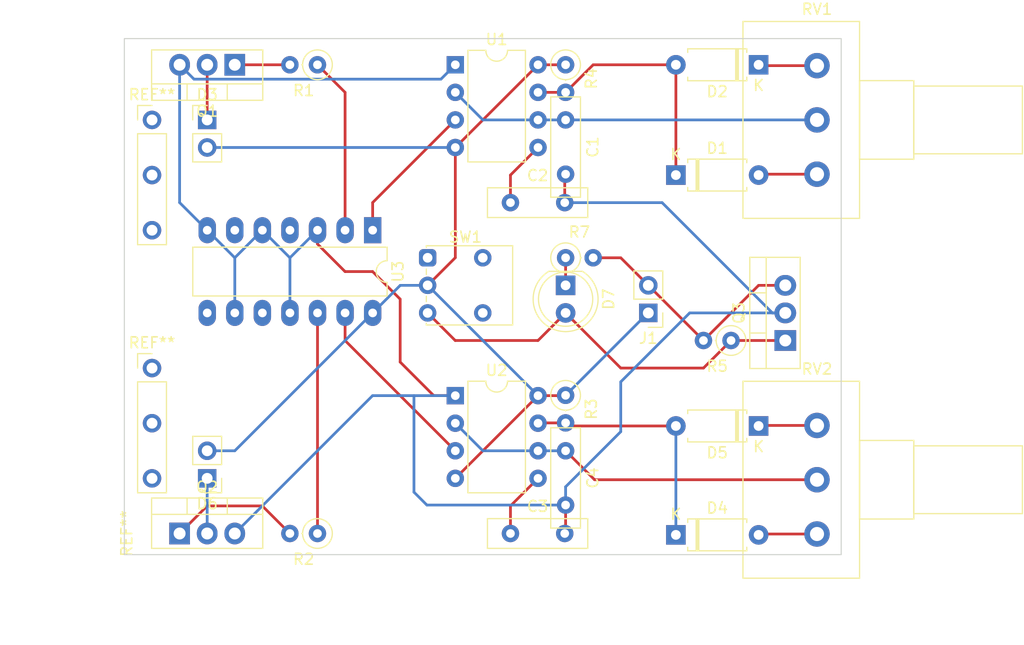
<source format=kicad_pcb>
(kicad_pcb (version 20211014) (generator pcbnew)
  (layers (0 "F.Cu" signal) (31 "B.Cu" signal) (34 "B.Paste" user) (35 "F.Paste" user) (36 "B.SilkS" user "B.Silkscreen") (37 "F.SilkS" user "F.Silkscreen") (38 "B.Mask" user) (39 "F.Mask" user) (44 "Edge.Cuts" user))
  (net 0 "")
  (net 1 "Net-(C1-Pad1)")
  (net 2 "Net-(D1-Pad2)")
  (net 3 "Net-(D3-Pad1)")
  (net 4 "GND")
  (net 5 "Net-(C2-Pad1)")
  (net 6 "+5V")
  (net 7 "Net-(C3-Pad1)")
  (net 8 "Net-(R1-Pad1)")
  (net 9 "Net-(C4-Pad1)")
  (net 10 "Net-(D1-Pad1)")
  (net 11 "Net-(D6-Pad1)")
  (net 12 "Net-(D2-Pad1)")
  (net 13 "Net-(Q2-Pad1)")
  (net 14 "Net-(R2-Pad1)")
  (net 15 "Net-(U1-Pad3)")
  (net 16 "Net-(U2-Pad3)")
  (net 17 "Net-(D4-Pad1)")
  (net 18 "Net-(D4-Pad2)")
  (net 19 "Net-(D5-Pad1)")
  (net 20 "Net-(Q1-Pad1)")
  (net 25 "GNDD")
  (net 27 "Net-(D7-Pad1)")
  (net 28 "Net-(D7-Pad2)")
  (footprint "Potentiometer_THT:Potentiometer_Alps_RK163_Single_Horizontal" (layer "F.Cu") (at 169.22 95.678)
    (fp_text reference "RV1" (at 0 -15.2) (layer "F.SilkS"))
    (fp_text value "R_Potentiometer")
    (fp_line (start -6.82 -14.07) (end 3.92 -14.07) (layer "F.SilkS") (width 0.12))
    (fp_line (start 8.92 -1.879) (end 18.92 -1.879) (layer "F.SilkS") (width 0.12))
    (fp_line (start 8.92 -8.62) (end 8.92 -1.38) (layer "F.SilkS") (width 0.12))
    (fp_line (start 3.92 -1.38) (end 8.92 -1.38) (layer "F.SilkS") (width 0.12))
    (fp_line (start 3.92 -8.62) (end 3.92 -1.38) (layer "F.SilkS") (width 0.12))
    (fp_line (start 3.92 -14.07) (end 3.92 4.07) (layer "F.SilkS") (width 0.12))
    (fp_line (start -6.82 4.07) (end 3.92 4.07) (layer "F.SilkS") (width 0.12))
    (fp_line (start 3.92 -8.62) (end 8.92 -8.62) (layer "F.SilkS") (width 0.12))
    (fp_line (start -6.82 -14.07) (end -6.82 4.07) (layer "F.SilkS") (width 0.12))
    (fp_line (start 18.92 -8.12) (end 18.92 -1.879) (layer "F.SilkS") (width 0.12))
    (fp_line (start 8.92 -8.12) (end 18.92 -8.12) (layer "F.SilkS") (width 0.12))
    (fp_line (start 8.92 -8.12) (end 8.92 -1.879) (layer "F.SilkS") (width 0.12))
    (pad "1" thru_hole circle (at 0 0) (size 2.34 2.34) (drill 1.3) (layers *.Cu *.Mask) (net 2 "Net-(D1-Pad2)"))
    (pad "2" thru_hole circle (at 0 -5) (size 2.34 2.34) (drill 1.3) (layers *.Cu *.Mask) (net 1 "Net-(C1-Pad1)"))
    (pad "3" thru_hole circle (at 0 -10) (size 2.34 2.34) (drill 1.3) (layers *.Cu *.Mask) (net 12 "Net-(D2-Pad1)"))
  )
  (footprint "Diode_THT:D_A-405_P7.62mm_Horizontal" (layer "F.Cu") (at 163.84 118.872 180)
    (fp_text reference "D5" (at 3.81 -2.47 180) (layer "F.SilkS"))
    (fp_text value "1N4001")
    (fp_text user "K" (at 0 -1.9 180) (layer "F.SilkS"))
    (fp_line (start 1.99 -1.47) (end 1.99 1.47) (layer "F.SilkS") (width 0.12))
    (fp_line (start 1.09 1.14) (end 1.09 1.47) (layer "F.SilkS") (width 0.12))
    (fp_line (start 1.87 -1.47) (end 1.87 1.47) (layer "F.SilkS") (width 0.12))
    (fp_line (start 1.09 -1.47) (end 6.53 -1.47) (layer "F.SilkS") (width 0.12))
    (fp_line (start 2.11 -1.47) (end 2.11 1.47) (layer "F.SilkS") (width 0.12))
    (fp_line (start 6.53 -1.47) (end 6.53 -1.14) (layer "F.SilkS") (width 0.12))
    (fp_line (start 1.09 1.47) (end 6.53 1.47) (layer "F.SilkS") (width 0.12))
    (fp_line (start 6.53 1.47) (end 6.53 1.14) (layer "F.SilkS") (width 0.12))
    (fp_line (start 1.09 -1.14) (end 1.09 -1.47) (layer "F.SilkS") (width 0.12))
    (pad "1" thru_hole rect (at 0 0 180) (size 1.8 1.8) (drill 0.9) (layers *.Cu *.Mask) (net 19 "Net-(D5-Pad1)"))
    (pad "2" thru_hole oval (at 7.62 0 180) (size 1.8 1.8) (drill 0.9) (layers *.Cu *.Mask) (net 17 "Net-(D4-Pad1)"))
  )
  (footprint "Connector_PinHeader_2.54mm:PinHeader_1x02_P2.54mm_Vertical" (layer "F.Cu") (at 113.04 90.678)
    (fp_text reference "D3" (at 0 -2.33) (layer "F.SilkS"))
    (fp_text value "LED_Series")
    (fp_line (start 1.33 1.27) (end 1.33 3.87) (layer "F.SilkS") (width 0.12))
    (fp_line (start -1.33 1.27) (end -1.33 3.87) (layer "F.SilkS") (width 0.12))
    (fp_line (start -1.33 0) (end -1.33 -1.33) (layer "F.SilkS") (width 0.12))
    (fp_line (start -1.33 3.87) (end 1.33 3.87) (layer "F.SilkS") (width 0.12))
    (fp_line (start -1.33 -1.33) (end 0 -1.33) (layer "F.SilkS") (width 0.12))
    (fp_line (start -1.33 1.27) (end 1.33 1.27) (layer "F.SilkS") (width 0.12))
    (pad "1" thru_hole rect (at 0 0) (size 1.7 1.7) (drill 1) (layers *.Cu *.Mask) (net 3 "Net-(D3-Pad1)"))
    (pad "2" thru_hole oval (at 0 2.54) (size 1.7 1.7) (drill 1) (layers *.Cu *.Mask) (net 6 "+5V"))
  )
  (footprint "Resistor_THT:R_Axial_DIN0207_L6.3mm_D2.5mm_P2.54mm_Vertical" (layer "F.Cu") (at 123.2 85.598 180)
    (fp_text reference "R1" (at 1.27 -2.37 180) (layer "F.SilkS"))
    (fp_text value "200")
    (fp_line (start 1.37 0) (end 1.44 0) (layer "F.SilkS") (width 0.12))
    (fp_circle (center 0 0) (end 1.37 0) (layer "F.SilkS") (width 0.12) (fill none))
    (pad "1" thru_hole circle (at 0 0 180) (size 1.6 1.6) (drill 0.8) (layers *.Cu *.Mask) (net 8 "Net-(R1-Pad1)"))
    (pad "2" thru_hole oval (at 2.54 0 180) (size 1.6 1.6) (drill 0.8) (layers *.Cu *.Mask) (net 20 "Net-(Q1-Pad1)"))
  )
  (footprint "Capacitor_THT:C_Disc_D9.0mm_W2.5mm_P5.00mm" (layer "F.Cu") (at 140.98 98.298)
    (fp_text reference "C2" (at 2.5 -2.5) (layer "F.SilkS"))
    (fp_text value "0.22uF")
    (fp_line (start -2.12 -1.37) (end 7.12 -1.37) (layer "F.SilkS") (width 0.12))
    (fp_line (start 7.12 -1.37) (end 7.12 1.37) (layer "F.SilkS") (width 0.12))
    (fp_line (start -2.12 -1.37) (end -2.12 1.37) (layer "F.SilkS") (width 0.12))
    (fp_line (start -2.12 1.37) (end 7.12 1.37) (layer "F.SilkS") (width 0.12))
    (pad "1" thru_hole circle (at 0 0) (size 1.6 1.6) (drill 0.8) (layers *.Cu *.Mask) (net 5 "Net-(C2-Pad1)"))
    (pad "2" thru_hole circle (at 5 0) (size 1.6 1.6) (drill 0.8) (layers *.Cu *.Mask) (net 25 "GNDD"))
  )
  (footprint "Connector_PinHeader_2.54mm:PinHeader_1x02_P2.54mm_Vertical" (layer "F.Cu") (at 153.68 108.458 180)
    (fp_text reference "J1" (at 0 -2.33) (layer "F.SilkS"))
    (fp_text value "Conn_01x02_Male")
    (fp_line (start -1.33 1.27) (end -1.33 3.87) (layer "F.SilkS") (width 0.12))
    (fp_line (start -1.33 3.87) (end 1.33 3.87) (layer "F.SilkS") (width 0.12))
    (fp_line (start 1.33 1.27) (end 1.33 3.87) (layer "F.SilkS") (width 0.12))
    (fp_line (start -1.33 -1.33) (end 0 -1.33) (layer "F.SilkS") (width 0.12))
    (fp_line (start -1.33 0) (end -1.33 -1.33) (layer "F.SilkS") (width 0.12))
    (fp_line (start -1.33 1.27) (end 1.33 1.27) (layer "F.SilkS") (width 0.12))
    (pad "1" thru_hole rect (at 0 0 180) (size 1.7 1.7) (drill 1) (layers *.Cu *.Mask) (net 6 "+5V"))
    (pad "2" thru_hole oval (at 0 2.54 180) (size 1.7 1.7) (drill 1) (layers *.Cu *.Mask) (net 4 "GND"))
  )
  (footprint "Resistor_THT:R_Axial_DIN0207_L6.3mm_D2.5mm_P2.54mm_Vertical" (layer "F.Cu") (at 161.3 110.998 180)
    (fp_text reference "R5" (at 1.27 -2.37) (layer "F.SilkS"))
    (fp_text value "46K")
    (fp_line (start 1.37 0) (end 1.44 0) (layer "F.SilkS") (width 0.12))
    (fp_circle (center 0 0) (end 1.37 0) (layer "F.SilkS") (width 0.12) (fill none))
    (pad "1" thru_hole circle (at 0 0 180) (size 1.6 1.6) (drill 0.8) (layers *.Cu *.Mask) (net 28 "Net-(D7-Pad2)"))
    (pad "2" thru_hole oval (at 2.54 0 180) (size 1.6 1.6) (drill 0.8) (layers *.Cu *.Mask) (net 4 "GND"))
  )
  (footprint "Package_DIP:DIP-14_W7.62mm_LongPads" (layer "F.Cu") (at 128.285 100.838 -90)
    (fp_text reference "U3" (at 3.81 -2.33 90) (layer "F.SilkS"))
    (fp_text value "74HC04")
    (fp_line (start 1.56 -1.33) (end 1.56 16.57) (layer "F.SilkS") (width 0.12))
    (fp_line (start 2.81 -1.33) (end 1.56 -1.33) (layer "F.SilkS") (width 0.12))
    (fp_line (start 6.06 16.57) (end 6.06 -1.33) (layer "F.SilkS") (width 0.12))
    (fp_line (start 1.56 16.57) (end 6.06 16.57) (layer "F.SilkS") (width 0.12))
    (fp_line (start 6.06 -1.33) (end 4.81 -1.33) (layer "F.SilkS") (width 0.12))
    (fp_arc (start 4.81 -1.33) (mid 3.81 -0.33) (end 2.81 -1.33) (layer "F.SilkS") (width 0.12))
    (pad "1" thru_hole rect (at 0 0 270) (size 2.4 1.6) (drill 0.8) (layers *.Cu *.Mask) (net 15 "Net-(U1-Pad3)"))
    (pad "2" thru_hole oval (at 0 2.54 270) (size 2.4 1.6) (drill 0.8) (layers *.Cu *.Mask) (net 8 "Net-(R1-Pad1)"))
    (pad "3" thru_hole oval (at 0 5.08 270) (size 2.4 1.6) (drill 0.8) (layers *.Cu *.Mask) (net 25 "GNDD"))
    (pad "4" thru_hole oval (at 0 7.62 270) (size 2.4 1.6) (drill 0.8) (layers *.Cu *.Mask))
    (pad "5" thru_hole oval (at 0 10.16 270) (size 2.4 1.6) (drill 0.8) (layers *.Cu *.Mask) (net 25 "GNDD"))
    (pad "6" thru_hole oval (at 0 12.7 270) (size 2.4 1.6) (drill 0.8) (layers *.Cu *.Mask))
    (pad "7" thru_hole oval (at 0 15.24 270) (size 2.4 1.6) (drill 0.8) (layers *.Cu *.Mask) (net 25 "GNDD"))
    (pad "8" thru_hole oval (at 7.62 15.24 270) (size 2.4 1.6) (drill 0.8) (layers *.Cu *.Mask))
    (pad "9" thru_hole oval (at 7.62 12.7 270) (size 2.4 1.6) (drill 0.8) (layers *.Cu *.Mask) (net 25 "GNDD"))
    (pad "10" thru_hole oval (at 7.62 10.16 270) (size 2.4 1.6) (drill 0.8) (layers *.Cu *.Mask))
    (pad "11" thru_hole oval (at 7.62 7.62 270) (size 2.4 1.6) (drill 0.8) (layers *.Cu *.Mask) (net 25 "GNDD"))
    (pad "12" thru_hole oval (at 7.62 5.08 270) (size 2.4 1.6) (drill 0.8) (layers *.Cu *.Mask) (net 14 "Net-(R2-Pad1)"))
    (pad "13" thru_hole oval (at 7.62 2.54 270) (size 2.4 1.6) (drill 0.8) (layers *.Cu *.Mask) (net 16 "Net-(U2-Pad3)"))
    (pad "14" thru_hole oval (at 7.62 0 270) (size 2.4 1.6) (drill 0.8) (layers *.Cu *.Mask) (net 6 "+5V"))
  )
  (footprint "Connector_PinHeader_2.54mm:PinHeader_1x02_P2.54mm_Vertical" (layer "F.Cu") (at 113.04 123.698 180)
    (fp_text reference "D6" (at 0 -2.33) (layer "F.SilkS"))
    (fp_text value "LED_Series")
    (fp_line (start -1.33 1.27) (end -1.33 3.87) (layer "F.SilkS") (width 0.12))
    (fp_line (start -1.33 3.87) (end 1.33 3.87) (layer "F.SilkS") (width 0.12))
    (fp_line (start -1.33 0) (end -1.33 -1.33) (layer "F.SilkS") (width 0.12))
    (fp_line (start -1.33 -1.33) (end 0 -1.33) (layer "F.SilkS") (width 0.12))
    (fp_line (start 1.33 1.27) (end 1.33 3.87) (layer "F.SilkS") (width 0.12))
    (fp_line (start -1.33 1.27) (end 1.33 1.27) (layer "F.SilkS") (width 0.12))
    (pad "1" thru_hole rect (at 0 0 180) (size 1.7 1.7) (drill 1) (layers *.Cu *.Mask) (net 11 "Net-(D6-Pad1)"))
    (pad "2" thru_hole oval (at 0 2.54 180) (size 1.7 1.7) (drill 1) (layers *.Cu *.Mask) (net 6 "+5V"))
  )
  (footprint "Diode_THT:D_A-405_P7.62mm_Horizontal" (layer "F.Cu") (at 156.22 95.758)
    (fp_text reference "D1" (at 3.81 -2.47) (layer "F.SilkS"))
    (fp_text value "1N4001")
    (fp_text user "K" (at 0 -1.9) (layer "F.SilkS"))
    (fp_line (start 1.09 -1.14) (end 1.09 -1.47) (layer "F.SilkS") (width 0.12))
    (fp_line (start 2.11 -1.47) (end 2.11 1.47) (layer "F.SilkS") (width 0.12))
    (fp_line (start 1.09 1.14) (end 1.09 1.47) (layer "F.SilkS") (width 0.12))
    (fp_line (start 1.99 -1.47) (end 1.99 1.47) (layer "F.SilkS") (width 0.12))
    (fp_line (start 6.53 1.47) (end 6.53 1.14) (layer "F.SilkS") (width 0.12))
    (fp_line (start 1.09 1.47) (end 6.53 1.47) (layer "F.SilkS") (width 0.12))
    (fp_line (start 1.87 -1.47) (end 1.87 1.47) (layer "F.SilkS") (width 0.12))
    (fp_line (start 1.09 -1.47) (end 6.53 -1.47) (layer "F.SilkS") (width 0.12))
    (fp_line (start 6.53 -1.47) (end 6.53 -1.14) (layer "F.SilkS") (width 0.12))
    (pad "1" thru_hole rect (at 0 0) (size 1.8 1.8) (drill 0.9) (layers *.Cu *.Mask) (net 10 "Net-(D1-Pad1)"))
    (pad "2" thru_hole oval (at 7.62 0) (size 1.8 1.8) (drill 0.9) (layers *.Cu *.Mask) (net 2 "Net-(D1-Pad2)"))
  )
  (footprint "Package_DIP:DIP-8_W7.62mm" (layer "F.Cu") (at 135.9 116.078)
    (fp_text reference "U2" (at 3.81 -2.33) (layer "F.SilkS"))
    (fp_text value "LM555xN")
    (fp_line (start 1.16 8.95) (end 6.46 8.95) (layer "F.SilkS") (width 0.12))
    (fp_line (start 6.46 8.95) (end 6.46 -1.33) (layer "F.SilkS") (width 0.12))
    (fp_line (start 1.16 -1.33) (end 1.16 8.95) (layer "F.SilkS") (width 0.12))
    (fp_line (start 2.81 -1.33) (end 1.16 -1.33) (layer "F.SilkS") (width 0.12))
    (fp_line (start 6.46 -1.33) (end 4.81 -1.33) (layer "F.SilkS") (width 0.12))
    (fp_arc (start 4.81 -1.33) (mid 3.81 -0.33) (end 2.81 -1.33) (layer "F.SilkS") (width 0.12))
    (pad "1" thru_hole rect (at 0 0) (size 1.6 1.6) (drill 0.8) (layers *.Cu *.Mask) (net 25 "GNDD"))
    (pad "2" thru_hole oval (at 0 2.54) (size 1.6 1.6) (drill 0.8) (layers *.Cu *.Mask) (net 9 "Net-(C4-Pad1)"))
    (pad "3" thru_hole oval (at 0 5.08) (size 1.6 1.6) (drill 0.8) (layers *.Cu *.Mask) (net 16 "Net-(U2-Pad3)"))
    (pad "4" thru_hole oval (at 0 7.62) (size 1.6 1.6) (drill 0.8) (layers *.Cu *.Mask) (net 6 "+5V"))
    (pad "5" thru_hole oval (at 7.62 7.62) (size 1.6 1.6) (drill 0.8) (layers *.Cu *.Mask) (net 7 "Net-(C3-Pad1)"))
    (pad "6" thru_hole oval (at 7.62 5.08) (size 1.6 1.6) (drill 0.8) (layers *.Cu *.Mask) (net 9 "Net-(C4-Pad1)"))
    (pad "7" thru_hole oval (at 7.62 2.54) (size 1.6 1.6) (drill 0.8) (layers *.Cu *.Mask) (net 17 "Net-(D4-Pad1)"))
    (pad "8" thru_hole oval (at 7.62 0) (size 1.6 1.6) (drill 0.8) (layers *.Cu *.Mask) (net 6 "+5V"))
  )
  (footprint "Resistor_THT:R_Axial_DIN0207_L6.3mm_D2.5mm_P2.54mm_Vertical" (layer "F.Cu") (at 123.2 128.778 180)
    (fp_text reference "R2" (at 1.27 -2.37 180) (layer "F.SilkS"))
    (fp_text value "200")
    (fp_line (start 1.37 0) (end 1.44 0) (layer "F.SilkS") (width 0.12))
    (fp_circle (center 0 0) (end 1.37 0) (layer "F.SilkS") (width 0.12) (fill none))
    (pad "1" thru_hole circle (at 0 0 180) (size 1.6 1.6) (drill 0.8) (layers *.Cu *.Mask) (net 14 "Net-(R2-Pad1)"))
    (pad "2" thru_hole oval (at 2.54 0 180) (size 1.6 1.6) (drill 0.8) (layers *.Cu *.Mask) (net 13 "Net-(Q2-Pad1)"))
  )
  (footprint "Resistor_THT:R_Axial_DIN0207_L6.3mm_D2.5mm_P2.54mm_Vertical" (layer "F.Cu") (at 146.06 85.598 -90)
    (fp_text reference "R4" (at 1.27 -2.37 90) (layer "F.SilkS"))
    (fp_text value "1K")
    (fp_line (start 1.37 0) (end 1.44 0) (layer "F.SilkS") (width 0.12))
    (fp_circle (center 0 0) (end 1.37 0) (layer "F.SilkS") (width 0.12) (fill none))
    (pad "1" thru_hole circle (at 0 0 270) (size 1.6 1.6) (drill 0.8) (layers *.Cu *.Mask) (net 6 "+5V"))
    (pad "2" thru_hole oval (at 2.54 0 270) (size 1.6 1.6) (drill 0.8) (layers *.Cu *.Mask) (net 10 "Net-(D1-Pad1)"))
  )
  (footprint "Library:stress_relief_1x05_P2.54mm_Vertical" (layer "F.Cu") (at 107.96 90.678)
    (fp_text reference "REF**" (at 0 -2.33) (layer "F.SilkS"))
    (fp_text value "stress_relief_1x05_P2.54mm_Vertical")
    (fp_line (start 1.33 1.27) (end 1.33 11.49) (layer "F.SilkS") (width 0.12))
    (fp_line (start -1.33 1.27) (end 1.33 1.27) (layer "F.SilkS") (width 0.12))
    (fp_line (start -1.33 11.49) (end 1.33 11.49) (layer "F.SilkS") (width 0.12))
    (fp_line (start -1.33 -1.33) (end 0 -1.33) (layer "F.SilkS") (width 0.12))
    (fp_line (start -1.33 0) (end -1.33 -1.33) (layer "F.SilkS") (width 0.12))
    (fp_line (start -1.33 1.27) (end -1.33 11.49) (layer "F.SilkS") (width 0.12))
    (pad "1" thru_hole circle (at 0 0) (size 1.7 1.7) (drill 1) (layers *.Cu *.Mask))
    (pad "3" thru_hole oval (at 0 5.08) (size 1.7 1.7) (drill 1) (layers *.Cu *.Mask))
    (pad "5" thru_hole oval (at 0 10.16) (size 1.7 1.7) (drill 1) (layers *.Cu *.Mask))
  )
  (footprint "Button_Switch_THT:SW_Push_1P2T_Vertical_E-Switch_800UDP8P1A1M6" (layer "F.Cu") (at 133.35 103.378)
    (fp_text reference "SW1" (at 3.48 -1.91 180) (layer "F.SilkS"))
    (fp_text value "SW_Push_SPDT")
    (fp_line (start -0.12 1.54) (end -0.12 1.04) (layer "F.SilkS") (width 0.12))
    (fp_line (start -0.12 -1.11) (end -0.12 -0.96) (layer "F.SilkS") (width 0.12))
    (fp_line (start -0.12 6.19) (end -0.12 6.04) (layer "F.SilkS") (width 0.12))
    (fp_line (start -0.12 6.19) (end 7.83 6.19) (layer "F.SilkS") (width 0.12))
    (fp_line (start 7.83 -1.11) (end -0.12 -1.11) (layer "F.SilkS") (width 0.12))
    (fp_line (start 7.83 6.19) (end 7.83 -1.11) (layer "F.SilkS") (width 0.12))
    (fp_line (start -0.12 4.04) (end -0.12 3.54) (layer "F.SilkS") (width 0.12))
    (pad "" thru_hole circle (at 5.08 5.08 180) (size 1.6 1.6) (drill 0.89) (layers *.Cu *.Mask))
    (pad "" thru_hole circle (at 5.08 0 180) (size 1.6 1.6) (drill 0.89) (layers *.Cu *.Mask))
    (pad "1" thru_hole roundrect (at 0 0 180) (size 1.6 1.6) (drill 0.89) (layers *.Cu *.Mask))
    (pad "2" thru_hole circle (at 0 2.54 180) (size 1.6 1.6) (drill 0.89) (layers *.Cu *.Mask) (net 6 "+5V"))
    (pad "3" thru_hole circle (at 0 5.08 180) (size 1.6 1.6) (drill 0.89) (layers *.Cu *.Mask) (net 28 "Net-(D7-Pad2)"))
  )
  (footprint "Diode_THT:D_A-405_P7.62mm_Horizontal" (layer "F.Cu") (at 163.84 85.598 180)
    (fp_text reference "D2" (at 3.81 -2.47 180) (layer "F.SilkS"))
    (fp_text value "1N4001")
    (fp_text user "K" (at 0 -1.9 180) (layer "F.SilkS"))
    (fp_line (start 1.87 -1.47) (end 1.87 1.47) (layer "F.SilkS") (width 0.12))
    (fp_line (start 6.53 1.47) (end 6.53 1.14) (layer "F.SilkS") (width 0.12))
    (fp_line (start 1.99 -1.47) (end 1.99 1.47) (layer "F.SilkS") (width 0.12))
    (fp_line (start 2.11 -1.47) (end 2.11 1.47) (layer "F.SilkS") (width 0.12))
    (fp_line (start 1.09 1.14) (end 1.09 1.47) (layer "F.SilkS") (width 0.12))
    (fp_line (start 1.09 -1.14) (end 1.09 -1.47) (layer "F.SilkS") (width 0.12))
    (fp_line (start 1.09 1.47) (end 6.53 1.47) (layer "F.SilkS") (width 0.12))
    (fp_line (start 1.09 -1.47) (end 6.53 -1.47) (layer "F.SilkS") (width 0.12))
    (fp_line (start 6.53 -1.47) (end 6.53 -1.14) (layer "F.SilkS") (width 0.12))
    (pad "1" thru_hole rect (at 0 0 180) (size 1.8 1.8) (drill 0.9) (layers *.Cu *.Mask) (net 12 "Net-(D2-Pad1)"))
    (pad "2" thru_hole oval (at 7.62 0 180) (size 1.8 1.8) (drill 0.9) (layers *.Cu *.Mask) (net 10 "Net-(D1-Pad1)"))
  )
  (footprint "Library:stress_relief_1x05_P2.54mm_Vertical" (layer "F.Cu") (at 107.96 113.538)
    (fp_text reference "REF**" (at 0 -2.33) (layer "F.SilkS"))
    (fp_text value "stress_relief_1x05_P2.54mm_Vertical")
    (fp_line (start 1.33 1.27) (end 1.33 11.49) (layer "F.SilkS") (width 0.12))
    (fp_line (start -1.33 1.27) (end 1.33 1.27) (layer "F.SilkS") (width 0.12))
    (fp_line (start -1.33 11.49) (end 1.33 11.49) (layer "F.SilkS") (width 0.12))
    (fp_line (start -1.33 -1.33) (end 0 -1.33) (layer "F.SilkS") (width 0.12))
    (fp_line (start -1.33 0) (end -1.33 -1.33) (layer "F.SilkS") (width 0.12))
    (fp_line (start -1.33 1.27) (end -1.33 11.49) (layer "F.SilkS") (width 0.12))
    (pad "1" thru_hole circle (at 0 0) (size 1.7 1.7) (drill 1) (layers *.Cu *.Mask))
    (pad "3" thru_hole oval (at 0 5.08) (size 1.7 1.7) (drill 1) (layers *.Cu *.Mask))
    (pad "5" thru_hole oval (at 0 10.16) (size 1.7 1.7) (drill 1) (layers *.Cu *.Mask))
  )
  (footprint "Diode_THT:D_A-405_P7.62mm_Horizontal" (layer "F.Cu") (at 156.22 128.905)
    (fp_text reference "D4" (at 3.81 -2.47) (layer "F.SilkS"))
    (fp_text value "1N4001")
    (fp_text user "K" (at 0 -1.9) (layer "F.SilkS"))
    (fp_line (start 1.09 1.14) (end 1.09 1.47) (layer "F.SilkS") (width 0.12))
    (fp_line (start 6.53 -1.47) (end 6.53 -1.14) (layer "F.SilkS") (width 0.12))
    (fp_line (start 1.09 -1.14) (end 1.09 -1.47) (layer "F.SilkS") (width 0.12))
    (fp_line (start 1.99 -1.47) (end 1.99 1.47) (layer "F.SilkS") (width 0.12))
    (fp_line (start 6.53 1.47) (end 6.53 1.14) (layer "F.SilkS") (width 0.12))
    (fp_line (start 1.09 -1.47) (end 6.53 -1.47) (layer "F.SilkS") (width 0.12))
    (fp_line (start 1.09 1.47) (end 6.53 1.47) (layer "F.SilkS") (width 0.12))
    (fp_line (start 1.87 -1.47) (end 1.87 1.47) (layer "F.SilkS") (width 0.12))
    (fp_line (start 2.11 -1.47) (end 2.11 1.47) (layer "F.SilkS") (width 0.12))
    (pad "1" thru_hole rect (at 0 0) (size 1.8 1.8) (drill 0.9) (layers *.Cu *.Mask) (net 17 "Net-(D4-Pad1)"))
    (pad "2" thru_hole oval (at 7.62 0) (size 1.8 1.8) (drill 0.9) (layers *.Cu *.Mask) (net 18 "Net-(D4-Pad2)"))
  )
  (footprint "Capacitor_THT:C_Disc_D9.0mm_W2.5mm_P5.00mm" (layer "F.Cu") (at 140.98 128.778)
    (fp_text reference "C3" (at 2.5 -2.5) (layer "F.SilkS"))
    (fp_text value "0.22uF")
    (fp_line (start -2.12 -1.37) (end -2.12 1.37) (layer "F.SilkS") (width 0.12))
    (fp_line (start 7.12 -1.37) (end 7.12 1.37) (layer "F.SilkS") (width 0.12))
    (fp_line (start -2.12 1.37) (end 7.12 1.37) (layer "F.SilkS") (width 0.12))
    (fp_line (start -2.12 -1.37) (end 7.12 -1.37) (layer "F.SilkS") (width 0.12))
    (pad "1" thru_hole circle (at 0 0) (size 1.6 1.6) (drill 0.8) (layers *.Cu *.Mask) (net 7 "Net-(C3-Pad1)"))
    (pad "2" thru_hole circle (at 5 0) (size 1.6 1.6) (drill 0.8) (layers *.Cu *.Mask) (net 25 "GNDD"))
  )
  (footprint "Capacitor_THT:C_Disc_D9.0mm_W2.5mm_P5.00mm" (layer "F.Cu") (at 146.06 90.678 -90)
    (fp_text reference "C1" (at 2.5 -2.5 90) (layer "F.SilkS"))
    (fp_text value "0.1uF")
    (fp_line (start -2.12 -1.37) (end 7.12 -1.37) (layer "F.SilkS") (width 0.12))
    (fp_line (start -2.12 -1.37) (end -2.12 1.37) (layer "F.SilkS") (width 0.12))
    (fp_line (start -2.12 1.37) (end 7.12 1.37) (layer "F.SilkS") (width 0.12))
    (fp_line (start 7.12 -1.37) (end 7.12 1.37) (layer "F.SilkS") (width 0.12))
    (pad "1" thru_hole circle (at 0 0 270) (size 1.6 1.6) (drill 0.8) (layers *.Cu *.Mask) (net 1 "Net-(C1-Pad1)"))
    (pad "2" thru_hole circle (at 5 0 270) (size 1.6 1.6) (drill 0.8) (layers *.Cu *.Mask) (net 25 "GNDD"))
  )
  (footprint "Resistor_THT:R_Axial_DIN0207_L6.3mm_D2.5mm_P2.54mm_Vertical" (layer "F.Cu") (at 146.06 103.378)
    (fp_text reference "R7" (at 1.27 -2.37) (layer "F.SilkS"))
    (fp_text value "470")
    (fp_line (start 1.37 0) (end 1.44 0) (layer "F.SilkS") (width 0.12))
    (fp_circle (center 0 0) (end 1.37 0) (layer "F.SilkS") (width 0.12) (fill none))
    (pad "1" thru_hole circle (at 0 0) (size 1.6 1.6) (drill 0.8) (layers *.Cu *.Mask) (net 27 "Net-(D7-Pad1)"))
    (pad "2" thru_hole oval (at 2.54 0) (size 1.6 1.6) (drill 0.8) (layers *.Cu *.Mask) (net 4 "GND"))
  )
  (footprint "Package_TO_SOT_THT:TO-220-3_Vertical" (layer "F.Cu") (at 166.299 110.998 90)
    (fp_text reference "Q3" (at 2.54 -4.27 90) (layer "F.SilkS"))
    (fp_text value "IRLB8721PBF")
    (fp_line (start -2.58 -3.27) (end -2.58 1.371) (layer "F.SilkS") (width 0.12))
    (fp_line (start -2.58 1.371) (end 7.66 1.371) (layer "F.SilkS") (width 0.12))
    (fp_line (start 7.66 -3.27) (end 7.66 1.371) (layer "F.SilkS") (width 0.12))
    (fp_line (start -2.58 -3.27) (end 7.66 -3.27) (layer "F.SilkS") (width 0.12))
    (fp_line (start 0.69 -3.27) (end 0.69 -1.76) (layer "F.SilkS") (width 0.12))
    (fp_line (start -2.58 -1.76) (end 7.66 -1.76) (layer "F.SilkS") (width 0.12))
    (fp_line (start 4.391 -3.27) (end 4.391 -1.76) (layer "F.SilkS") (width 0.12))
    (pad "1" thru_hole rect (at 0 0 90) (size 1.905 2) (drill 1.1) (layers *.Cu *.Mask) (net 28 "Net-(D7-Pad2)"))
    (pad "2" thru_hole oval (at 2.54 0 90) (size 1.905 2) (drill 1.1) (layers *.Cu *.Mask) (net 25 "GNDD"))
    (pad "3" thru_hole oval (at 5.08 0 90) (size 1.905 2) (drill 1.1) (layers *.Cu *.Mask) (net 4 "GND"))
  )
  (footprint "LED_THT:LED_D5.0mm" (layer "F.Cu") (at 146.06 105.918 -90)
    (fp_text reference "D7" (at 1.27 -3.96 90) (layer "F.SilkS"))
    (fp_text value "LED")
    (fp_line (start -1.29 -1.545) (end -1.29 1.545) (layer "F.SilkS") (width 0.12))
    (fp_arc (start 4.26 -0.000462) (mid 2.072002 2.880433) (end -1.29 1.54483) (layer "F.SilkS") (width 0.12))
    (fp_arc (start -1.29 -1.54483) (mid 2.072002 -2.880433) (end 4.26 0.000462) (layer "F.SilkS") (width 0.12))
    (fp_circle (center 1.27 0) (end 3.77 0) (layer "F.SilkS") (width 0.12) (fill none))
    (pad "1" thru_hole rect (at 0 0 270) (size 1.8 1.8) (drill 0.9) (layers *.Cu *.Mask) (net 27 "Net-(D7-Pad1)"))
    (pad "2" thru_hole circle (at 2.54 0 270) (size 1.8 1.8) (drill 0.9) (layers *.Cu *.Mask) (net 28 "Net-(D7-Pad2)"))
  )
  (footprint "Potentiometer_THT:Potentiometer_Alps_RK163_Single_Horizontal" (layer "F.Cu") (at 169.22 128.825)
    (fp_text reference "RV2" (at 0 -15.2) (layer "F.SilkS"))
    (fp_text value "R_Potentiometer")
    (fp_line (start 3.92 -1.38) (end 8.92 -1.38) (layer "F.SilkS") (width 0.12))
    (fp_line (start 3.92 -14.07) (end 3.92 4.07) (layer "F.SilkS") (width 0.12))
    (fp_line (start 3.92 -8.62) (end 3.92 -1.38) (layer "F.SilkS") (width 0.12))
    (fp_line (start 8.92 -8.62) (end 8.92 -1.38) (layer "F.SilkS") (width 0.12))
    (fp_line (start 18.92 -8.12) (end 18.92 -1.879) (layer "F.SilkS") (width 0.12))
    (fp_line (start 8.92 -8.12) (end 8.92 -1.879) (layer "F.SilkS") (width 0.12))
    (fp_line (start 8.92 -1.879) (end 18.92 -1.879) (layer "F.SilkS") (width 0.12))
    (fp_line (start 8.92 -8.12) (end 18.92 -8.12) (layer "F.SilkS") (width 0.12))
    (fp_line (start -6.82 4.07) (end 3.92 4.07) (layer "F.SilkS") (width 0.12))
    (fp_line (start 3.92 -8.62) (end 8.92 -8.62) (layer "F.SilkS") (width 0.12))
    (fp_line (start -6.82 -14.07) (end 3.92 -14.07) (layer "F.SilkS") (width 0.12))
    (fp_line (start -6.82 -14.07) (end -6.82 4.07) (layer "F.SilkS") (width 0.12))
    (pad "1" thru_hole circle (at 0 0) (size 2.34 2.34) (drill 1.3) (layers *.Cu *.Mask) (net 18 "Net-(D4-Pad2)"))
    (pad "2" thru_hole circle (at 0 -5) (size 2.34 2.34) (drill 1.3) (layers *.Cu *.Mask) (net 9 "Net-(C4-Pad1)"))
    (pad "3" thru_hole circle (at 0 -10) (size 2.34 2.34) (drill 1.3) (layers *.Cu *.Mask) (net 19 "Net-(D5-Pad1)"))
  )
  (footprint "Library:perfboard_18x24_P2.54mm" (layer "F.Cu") (at 107.96 128.778 90)
    (fp_text reference "REF**" (at 0 -2.33 90) (layer "F.SilkS"))
    (fp_text value "perfboard_18x24_P2.54mm")
  )
  (footprint "Package_DIP:DIP-8_W7.62mm" (layer "F.Cu") (at 135.9 85.598)
    (fp_text reference "U1" (at 3.81 -2.33) (layer "F.SilkS"))
    (fp_text value "LM555xN")
    (fp_line (start 1.16 8.95) (end 6.46 8.95) (layer "F.SilkS") (width 0.12))
    (fp_line (start 1.16 -1.33) (end 1.16 8.95) (layer "F.SilkS") (width 0.12))
    (fp_line (start 2.81 -1.33) (end 1.16 -1.33) (layer "F.SilkS") (width 0.12))
    (fp_line (start 6.46 8.95) (end 6.46 -1.33) (layer "F.SilkS") (width 0.12))
    (fp_line (start 6.46 -1.33) (end 4.81 -1.33) (layer "F.SilkS") (width 0.12))
    (fp_arc (start 4.81 -1.33) (mid 3.81 -0.33) (end 2.81 -1.33) (layer "F.SilkS") (width 0.12))
    (pad "1" thru_hole rect (at 0 0) (size 1.6 1.6) (drill 0.8) (layers *.Cu *.Mask) (net 25 "GNDD"))
    (pad "2" thru_hole oval (at 0 2.54) (size 1.6 1.6) (drill 0.8) (layers *.Cu *.Mask) (net 1 "Net-(C1-Pad1)"))
    (pad "3" thru_hole oval (at 0 5.08) (size 1.6 1.6) (drill 0.8) (layers *.Cu *.Mask) (net 15 "Net-(U1-Pad3)"))
    (pad "4" thru_hole oval (at 0 7.62) (size 1.6 1.6) (drill 0.8) (layers *.Cu *.Mask) (net 6 "+5V"))
    (pad "5" thru_hole oval (at 7.62 7.62) (size 1.6 1.6) (drill 0.8) (layers *.Cu *.Mask) (net 5 "Net-(C2-Pad1)"))
    (pad "6" thru_hole oval (at 7.62 5.08) (size 1.6 1.6) (drill 0.8) (layers *.Cu *.Mask) (net 1 "Net-(C1-Pad1)"))
    (pad "7" thru_hole oval (at 7.62 2.54) (size 1.6 1.6) (drill 0.8) (layers *.Cu *.Mask) (net 10 "Net-(D1-Pad1)"))
    (pad "8" thru_hole oval (at 7.62 0) (size 1.6 1.6) (drill 0.8) (layers *.Cu *.Mask) (net 6 "+5V"))
  )
  (footprint "Resistor_THT:R_Axial_DIN0207_L6.3mm_D2.5mm_P2.54mm_Vertical" (layer "F.Cu") (at 146.06 116.049 -90)
    (fp_text reference "R3" (at 1.27 -2.37 90) (layer "F.SilkS"))
    (fp_text value "1K")
    (fp_line (start 1.37 0) (end 1.44 0) (layer "F.SilkS") (width 0.12))
    (fp_circle (center 0 0) (end 1.37 0) (layer "F.SilkS") (width 0.12) (fill none))
    (pad "1" thru_hole circle (at 0 0 270) (size 1.6 1.6) (drill 0.8) (layers *.Cu *.Mask) (net 6 "+5V"))
    (pad "2" thru_hole oval (at 2.54 0 270) (size 1.6 1.6) (drill 0.8) (layers *.Cu *.Mask) (net 17 "Net-(D4-Pad1)"))
  )
  (footprint "Package_TO_SOT_THT:TO-220-3_Vertical" (layer "F.Cu") (at 115.58 85.598 180)
    (fp_text reference "Q1" (at 2.54 -4.27) (layer "F.SilkS"))
    (fp_text value "IRLB8721PBF")
    (fp_line (start 0.69 -3.27) (end 0.69 -1.76) (layer "F.SilkS") (width 0.12))
    (fp_line (start 7.66 -3.27) (end 7.66 1.371) (layer "F.SilkS") (width 0.12))
    (fp_line (start -2.58 1.371) (end 7.66 1.371) (layer "F.SilkS") (width 0.12))
    (fp_line (start 4.391 -3.27) (end 4.391 -1.76) (layer "F.SilkS") (width 0.12))
    (fp_line (start -2.58 -1.76) (end 7.66 -1.76) (layer "F.SilkS") (width 0.12))
    (fp_line (start -2.58 -3.27) (end -2.58 1.371) (layer "F.SilkS") (width 0.12))
    (fp_line (start -2.58 -3.27) (end 7.66 -3.27) (layer "F.SilkS") (width 0.12))
    (pad "1" thru_hole rect (at 0 0 180) (size 1.905 2) (drill 1.1) (layers *.Cu *.Mask) (net 20 "Net-(Q1-Pad1)"))
    (pad "2" thru_hole oval (at 2.54 0 180) (size 1.905 2) (drill 1.1) (layers *.Cu *.Mask) (net 3 "Net-(D3-Pad1)"))
    (pad "3" thru_hole oval (at 5.08 0 180) (size 1.905 2) (drill 1.1) (layers *.Cu *.Mask) (net 25 "GNDD"))
  )
  (footprint "Package_TO_SOT_THT:TO-220-3_Vertical" (layer "F.Cu") (at 110.5 128.778)
    (fp_text reference "Q2" (at 2.54 -4.27) (layer "F.SilkS"))
    (fp_text value "IRLB8721PBF")
    (fp_line (start 7.66 -3.27) (end 7.66 1.371) (layer "F.SilkS") (width 0.12))
    (fp_line (start 4.391 -3.27) (end 4.391 -1.76) (layer "F.SilkS") (width 0.12))
    (fp_line (start -2.58 1.371) (end 7.66 1.371) (layer "F.SilkS") (width 0.12))
    (fp_line (start -2.58 -1.76) (end 7.66 -1.76) (layer "F.SilkS") (width 0.12))
    (fp_line (start -2.58 -3.27) (end 7.66 -3.27) (layer "F.SilkS") (width 0.12))
    (fp_line (start 0.69 -3.27) (end 0.69 -1.76) (layer "F.SilkS") (width 0.12))
    (fp_line (start -2.58 -3.27) (end -2.58 1.371) (layer "F.SilkS") (width 0.12))
    (pad "1" thru_hole rect (at 0 0) (size 1.905 2) (drill 1.1) (layers *.Cu *.Mask) (net 13 "Net-(Q2-Pad1)"))
    (pad "2" thru_hole oval (at 2.54 0) (size 1.905 2) (drill 1.1) (layers *.Cu *.Mask) (net 11 "Net-(D6-Pad1)"))
    (pad "3" thru_hole oval (at 5.08 0) (size 1.905 2) (drill 1.1) (layers *.Cu *.Mask) (net 25 "GNDD"))
  )
  (footprint "Capacitor_THT:C_Disc_D9.0mm_W2.5mm_P5.00mm" (layer "F.Cu") (at 146.06 121.158 -90)
    (fp_text reference "C4" (at 2.5 -2.5 90) (layer "F.SilkS"))
    (fp_text value "0.1uF")
    (fp_line (start -2.12 -1.37) (end -2.12 1.37) (layer "F.SilkS") (width 0.12))
    (fp_line (start 7.12 -1.37) (end 7.12 1.37) (layer "F.SilkS") (width 0.12))
    (fp_line (start -2.12 1.37) (end 7.12 1.37) (layer "F.SilkS") (width 0.12))
    (fp_line (start -2.12 -1.37) (end 7.12 -1.37) (layer "F.SilkS") (width 0.12))
    (pad "1" thru_hole circle (at 0 0 270) (size 1.6 1.6) (drill 0.8) (layers *.Cu *.Mask) (net 9 "Net-(C4-Pad1)"))
    (pad "2" thru_hole circle (at 5 0 270) (size 1.6 1.6) (drill 0.8) (layers *.Cu *.Mask) (net 25 "GNDD"))
  )
  (gr_rect (start 105.41 83.185) (end 171.45 130.725) (layer "Edge.Cuts") (width 0.1) (fill none))
  (segment (start 143.52 90.678) (end 138.44 90.678) (width 0.25) (layer "B.Cu") (net 1))
  (segment (start 146.06 90.678) (end 143.52 90.678) (width 0.25) (layer "B.Cu") (net 1))
  (segment (start 138.44 90.678) (end 135.9 88.138) (width 0.25) (layer "B.Cu") (net 1))
  (segment (start 169.22 90.678) (end 146.06 90.678) (width 0.25) (layer "B.Cu") (net 1))
  (segment (start 163.92 95.678) (end 163.84 95.758) (width 0.25) (layer "F.Cu") (net 2))
  (segment (start 169.22 95.678) (end 163.92 95.678) (width 0.25) (layer "F.Cu") (net 2))
  (segment (start 113.04 85.598) (end 113.04 90.678) (width 0.25) (layer "F.Cu") (net 3))
  (segment (start 163.84 105.918) (end 166.299 105.918) (width 0.25) (layer "F.Cu") (net 4))
  (segment (start 158.76 110.998) (end 163.84 105.918) (width 0.25) (layer "F.Cu") (net 4))
  (segment (start 148.6 103.378) (end 151.14 103.378) (width 0.25) (layer "F.Cu") (net 4))
  (segment (start 153.68 105.918) (end 158.76 110.998) (width 0.25) (layer "F.Cu") (net 4))
  (segment (start 151.14 103.378) (end 153.68 105.918) (width 0.25) (layer "F.Cu") (net 4))
  (segment (start 140.98 95.758) (end 143.52 93.218) (width 0.25) (layer "F.Cu") (net 5))
  (segment (start 140.98 98.298) (end 140.98 95.758) (width 0.25) (layer "F.Cu") (net 5))
  (segment (start 143.52 116.078) (end 146.031 116.078) (width 0.25) (layer "F.Cu") (net 6))
  (segment (start 143.52 85.598) (end 135.9 93.218) (width 0.25) (layer "F.Cu") (net 6))
  (segment (start 135.9 93.218) (end 135.9 103.368) (width 0.25) (layer "F.Cu") (net 6))
  (segment (start 146.06 85.598) (end 143.52 85.598) (width 0.25) (layer "F.Cu") (net 6))
  (segment (start 135.9 103.368) (end 133.35 105.918) (width 0.25) (layer "F.Cu") (net 6))
  (segment (start 146.031 116.078) (end 146.06 116.049) (width 0.25) (layer "F.Cu") (net 6))
  (segment (start 143.52 116.078) (end 135.9 123.698) (width 0.25) (layer "F.Cu") (net 6))
  (segment (start 128.285 108.458) (end 115.585 121.158) (width 0.25) (layer "B.Cu") (net 6))
  (segment (start 130.825 105.918) (end 128.285 108.458) (width 0.25) (layer "B.Cu") (net 6))
  (segment (start 143.52 116.078) (end 133.36 105.918) (width 0.25) (layer "B.Cu") (net 6))
  (segment (start 113.04 93.218) (end 135.9 93.218) (width 0.25) (layer "B.Cu") (net 6))
  (segment (start 153.651 108.458) (end 146.06 116.049) (width 0.25) (layer "B.Cu") (net 6))
  (segment (start 153.68 108.458) (end 153.651 108.458) (width 0.25) (layer "B.Cu") (net 6))
  (segment (start 133.35 105.918) (end 130.825 105.918) (width 0.25) (layer "B.Cu") (net 6))
  (segment (start 115.585 121.158) (end 113.04 121.158) (width 0.25) (layer "B.Cu") (net 6))
  (segment (start 133.36 105.918) (end 133.35 105.918) (width 0.25) (layer "B.Cu") (net 6))
  (segment (start 140.98 126.238) (end 143.52 123.698) (width 0.25) (layer "F.Cu") (net 7))
  (segment (start 140.98 128.778) (end 140.98 126.238) (width 0.25) (layer "F.Cu") (net 7))
  (segment (start 125.745 100.838) (end 125.745 88.143) (width 0.25) (layer "F.Cu") (net 8))
  (segment (start 125.745 88.143) (end 123.2 85.598) (width 0.25) (layer "F.Cu") (net 8))
  (segment (start 169.22 123.825) (end 148.727 123.825) (width 0.25) (layer "F.Cu") (net 9))
  (segment (start 148.727 123.825) (end 146.06 121.158) (width 0.25) (layer "F.Cu") (net 9))
  (segment (start 146.06 121.158) (end 143.52 121.158) (width 0.25) (layer "B.Cu") (net 9))
  (segment (start 143.52 121.158) (end 138.44 121.158) (width 0.25) (layer "B.Cu") (net 9))
  (segment (start 138.44 121.158) (end 135.9 118.618) (width 0.25) (layer "B.Cu") (net 9))
  (segment (start 146.06 88.138) (end 148.6 85.598) (width 0.25) (layer "F.Cu") (net 10))
  (segment (start 156.22 85.598) (end 156.22 95.758) (width 0.25) (layer "F.Cu") (net 10))
  (segment (start 146.06 88.138) (end 143.52 88.138) (width 0.25) (layer "F.Cu") (net 10))
  (segment (start 148.6 85.598) (end 156.22 85.598) (width 0.25) (layer "F.Cu") (net 10))
  (segment (start 113.04 128.778) (end 113.04 123.698) (width 0.25) (layer "B.Cu") (net 11))
  (segment (start 169.22 85.678) (end 163.92 85.678) (width 0.25) (layer "F.Cu") (net 12))
  (segment (start 163.92 85.678) (end 163.84 85.598) (width 0.25) (layer "F.Cu") (net 12))
  (segment (start 120.66 128.778) (end 118.12 126.238) (width 0.25) (layer "F.Cu") (net 13))
  (segment (start 118.12 126.238) (end 113.04 126.238) (width 0.25) (layer "F.Cu") (net 13))
  (segment (start 113.04 126.238) (end 110.5 128.778) (width 0.25) (layer "F.Cu") (net 13))
  (segment (start 123.205 128.773) (end 123.2 128.778) (width 0.25) (layer "F.Cu") (net 14))
  (segment (start 123.205 108.458) (end 123.205 128.773) (width 0.25) (layer "F.Cu") (net 14))
  (segment (start 128.285 98.293) (end 128.285 100.838) (width 0.25) (layer "F.Cu") (net 15))
  (segment (start 135.9 90.678) (end 128.285 98.293) (width 0.25) (layer "F.Cu") (net 15))
  (segment (start 125.745 111.003) (end 125.745 108.458) (width 0.25) (layer "F.Cu") (net 16))
  (segment (start 135.9 121.158) (end 125.745 111.003) (width 0.25) (layer "F.Cu") (net 16))
  (segment (start 146.06 118.589) (end 146.343 118.872) (width 0.25) (layer "F.Cu") (net 17))
  (segment (start 143.549 118.589) (end 143.52 118.618) (width 0.25) (layer "F.Cu") (net 17))
  (segment (start 146.343 118.872) (end 156.22 118.872) (width 0.25) (layer "F.Cu") (net 17))
  (segment (start 146.06 118.589) (end 143.549 118.589) (width 0.25) (layer "F.Cu") (net 17))
  (segment (start 156.22 128.905) (end 156.22 118.872) (width 0.25) (layer "B.Cu") (net 17))
  (segment (start 163.92 128.825) (end 163.84 128.905) (width 0.25) (layer "F.Cu") (net 18))
  (segment (start 169.22 128.825) (end 163.92 128.825) (width 0.25) (layer "F.Cu") (net 18))
  (segment (start 163.887 118.825) (end 163.84 118.872) (width 0.25) (layer "F.Cu") (net 19))
  (segment (start 169.22 118.825) (end 163.887 118.825) (width 0.25) (layer "F.Cu") (net 19))
  (segment (start 120.66 85.598) (end 115.58 85.598) (width 0.25) (layer "F.Cu") (net 20))
  (segment (start 128.28 104.648) (end 125.74 104.648) (width 0.25) (layer "F.Cu") (net 25))
  (segment (start 135.9 116.078) (end 133.914689 116.078) (width 0.25) (layer "F.Cu") (net 25))
  (segment (start 123.205 102.113) (end 123.205 100.838) (width 0.25) (layer "F.Cu") (net 25))
  (segment (start 145.98 98.298) (end 145.98 95.758) (width 0.25) (layer "F.Cu") (net 25))
  (segment (start 146.06 128.698) (end 145.98 128.778) (width 0.25) (layer "F.Cu") (net 25))
  (segment (start 133.914689 116.078) (end 130.82 112.983311) (width 0.25) (layer "F.Cu") (net 25))
  (segment (start 130.82 107.188) (end 128.28 104.648) (width 0.25) (layer "F.Cu") (net 25))
  (segment (start 125.74 104.648) (end 123.205 102.113) (width 0.25) (layer "F.Cu") (net 25))
  (segment (start 146.06 126.158) (end 146.06 128.698) (width 0.25) (layer "F.Cu") (net 25))
  (segment (start 130.82 112.983311) (end 130.82 107.188) (width 0.25) (layer "F.Cu") (net 25))
  (segment (start 145.98 95.758) (end 146.06 95.678) (width 0.25) (layer "F.Cu") (net 25))
  (segment (start 146.06 126.158) (end 146.06 124.477436) (width 0.25) (layer "B.Cu") (net 25))
  (segment (start 115.585 108.458) (end 115.585 103.378) (width 0.25) (layer "B.Cu") (net 25))
  (segment (start 118.12 100.838) (end 115.58 103.378) (width 0.25) (layer "B.Cu") (net 25))
  (segment (start 146.06 124.477436) (end 151.14 119.397436) (width 0.25) (layer "B.Cu") (net 25))
  (segment (start 110.5 98.293) (end 113.045 100.838) (width 0.25) (layer "B.Cu") (net 25))
  (segment (start 132.09 124.968) (end 132.09 116.078) (width 0.25) (layer "B.Cu") (net 25))
  (segment (start 146.06 126.158) (end 133.28 126.158) (width 0.25) (layer "B.Cu") (net 25))
  (segment (start 157.49 108.458) (end 166.299 108.458) (width 0.25) (layer "B.Cu") (net 25))
  (segment (start 154.95 98.298) (end 145.98 98.298) (width 0.25) (layer "B.Cu") (net 25))
  (segment (start 166.299 108.458) (end 165.11 108.458) (width 0.25) (layer "B.Cu") (net 25))
  (segment (start 115.58 128.778) (end 128.28 116.078) (width 0.25) (layer "B.Cu") (net 25))
  (segment (start 123.205 100.838) (end 123.2 100.838) (width 0.25) (layer "B.Cu") (net 25))
  (segment (start 134.575489 86.922511) (end 135.9 85.598) (width 0.25) (layer "B.Cu") (net 25))
  (segment (start 128.28 116.078) (end 135.9 116.078) (width 0.25) (layer "B.Cu") (net 25))
  (segment (start 120.665 108.458) (end 120.665 103.378) (width 0.25) (layer "B.Cu") (net 25))
  (segment (start 110.5 85.598) (end 110.5 98.293) (width 0.25) (layer "B.Cu") (net 25))
  (segment (start 151.14 119.397436) (end 151.14 114.808) (width 0.25) (layer "B.Cu") (net 25))
  (segment (start 165.11 108.458) (end 154.95 98.298) (width 0.25) (layer "B.Cu") (net 25))
  (segment (start 118.125 100.838) (end 118.12 100.838) (width 0.25) (layer "B.Cu") (net 25))
  (segment (start 120.665 103.378) (end 118.125 100.838) (width 0.25) (layer "B.Cu") (net 25))
  (segment (start 111.824511 86.922511) (end 134.575489 86.922511) (width 0.25) (layer "B.Cu") (net 25))
  (segment (start 123.2 100.838) (end 120.66 103.378) (width 0.25) (layer "B.Cu") (net 25))
  (segment (start 151.14 114.808) (end 157.49 108.458) (width 0.25) (layer "B.Cu") (net 25))
  (segment (start 110.5 85.598) (end 111.824511 86.922511) (width 0.25) (layer "B.Cu") (net 25))
  (segment (start 133.28 126.158) (end 132.09 124.968) (width 0.25) (layer "B.Cu") (net 25))
  (segment (start 115.585 103.378) (end 113.045 100.838) (width 0.25) (layer "B.Cu") (net 25))
  (segment (start 146.06 105.918) (end 146.06 103.378) (width 0.25) (layer "F.Cu") (net 27))
  (segment (start 151.14 113.538) (end 158.76 113.538) (width 0.25) (layer "F.Cu") (net 28))
  (segment (start 146.06 108.458) (end 151.14 113.538) (width 0.25) (layer "F.Cu") (net 28))
  (segment (start 161.3 110.998) (end 166.299 110.998) (width 0.25) (layer "F.Cu") (net 28))
  (segment (start 135.89 110.998) (end 143.52 110.998) (width 0.25) (layer "F.Cu") (net 28))
  (segment (start 133.35 108.458) (end 135.89 110.998) (width 0.25) (layer "F.Cu") (net 28))
  (segment (start 143.52 110.998) (end 146.06 108.458) (width 0.25) (layer "F.Cu") (net 28))
  (segment (start 158.76 113.538) (end 161.3 110.998) (width 0.25) (layer "F.Cu") (net 28))
)
</source>
